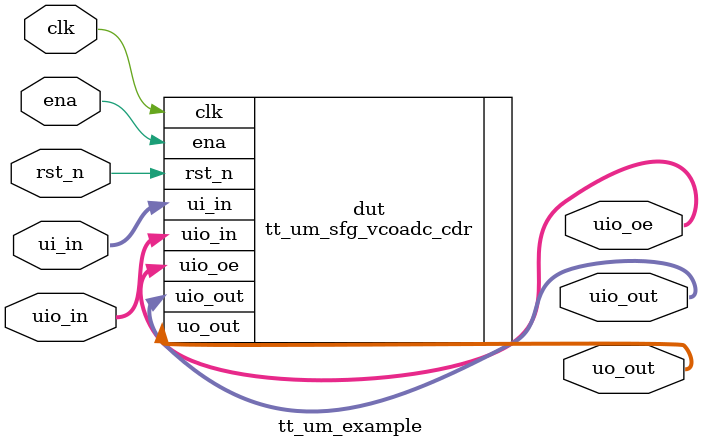
<source format=v>
module tt_um_example (
  input  wire [7:0] ui_in,
  output wire [7:0] uo_out,
  input  wire [7:0] uio_in,
  output wire [7:0] uio_out,
  output wire [7:0] uio_oe,
  input  wire       ena,
  input  wire       clk,
  input  wire       rst_n
);
  tt_um_sfg_vcoadc_cdr dut (
    .ui_in (ui_in),
    .uo_out(uo_out),
    .uio_in(uio_in),
    .uio_out(uio_out),
    .uio_oe(uio_oe),
    .ena   (ena),
    .clk   (clk),
    .rst_n (rst_n)
  );
endmodule


</source>
